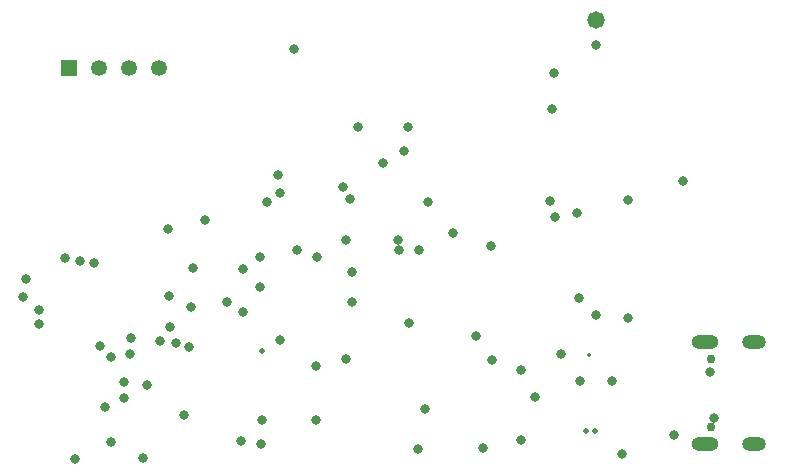
<source format=gbs>
G04*
G04 #@! TF.GenerationSoftware,Altium Limited,Altium Designer,23.9.2 (47)*
G04*
G04 Layer_Color=16711935*
%FSLAX44Y44*%
%MOMM*%
G71*
G04*
G04 #@! TF.SameCoordinates,2E1E75F7-3D1D-466E-99F7-38A65D3F2882*
G04*
G04*
G04 #@! TF.FilePolarity,Negative*
G04*
G01*
G75*
%ADD62O,2.3032X1.2032*%
%ADD63C,0.7500*%
%ADD64O,2.0032X1.2032*%
%ADD65C,1.3500*%
%ADD66R,1.3500X1.3500*%
%ADD67C,0.5032*%
%ADD68C,0.8032*%
%ADD69C,1.4732*%
%ADD70C,0.3500*%
D62*
X908975Y366200D02*
D03*
Y279800D02*
D03*
D63*
X913975Y294100D02*
D03*
Y351900D02*
D03*
D64*
X950775Y279800D02*
D03*
Y366200D02*
D03*
D65*
X447000Y598000D02*
D03*
X421600D02*
D03*
X396200D02*
D03*
D66*
X370800D02*
D03*
D67*
X534000Y358000D02*
D03*
X816000Y291000D02*
D03*
X808000Y291000D02*
D03*
D68*
X549000Y368000D02*
D03*
X396808Y362314D02*
D03*
X602148Y497500D02*
D03*
X817118Y617250D02*
D03*
X580744Y438050D02*
D03*
X721516Y276000D02*
D03*
X672000Y309000D02*
D03*
X666000Y275000D02*
D03*
X455000Y405000D02*
D03*
X456000Y379000D02*
D03*
X696000Y458000D02*
D03*
X472000Y362000D02*
D03*
X448000Y367000D02*
D03*
X461000Y365000D02*
D03*
X334000Y419000D02*
D03*
X423000Y369000D02*
D03*
X437000Y330000D02*
D03*
X380000Y435000D02*
D03*
X406000Y353000D02*
D03*
X579680Y346000D02*
D03*
X367000Y437000D02*
D03*
X401000Y311000D02*
D03*
X729000Y351000D02*
D03*
X392000Y433000D02*
D03*
X417000Y319000D02*
D03*
Y332000D02*
D03*
X468000Y304000D02*
D03*
X781000Y594000D02*
D03*
X345000Y381000D02*
D03*
Y393000D02*
D03*
X561000Y614000D02*
D03*
X803000Y333000D02*
D03*
X728000Y447000D02*
D03*
X715000Y371000D02*
D03*
X787000Y356000D02*
D03*
X433000Y268000D02*
D03*
X406000Y281000D02*
D03*
X376000Y267000D02*
D03*
X332000Y404000D02*
D03*
X515930Y282250D02*
D03*
X533680Y300000D02*
D03*
X473807Y395381D02*
D03*
X485648Y469392D02*
D03*
X753000Y283215D02*
D03*
Y342392D02*
D03*
X657754Y547730D02*
D03*
X802374Y403110D02*
D03*
X518263Y391092D02*
D03*
X830000Y333000D02*
D03*
X800736Y475488D02*
D03*
X844000Y485944D02*
D03*
Y386200D02*
D03*
X615294Y547730D02*
D03*
X609854Y425350D02*
D03*
X532230Y438050D02*
D03*
X547570Y507580D02*
D03*
X658368Y381737D02*
D03*
X518192Y427737D02*
D03*
X667193Y444263D02*
D03*
X674320Y484375D02*
D03*
X654000Y527455D02*
D03*
X883000Y287000D02*
D03*
X839000Y271000D02*
D03*
X649000Y452304D02*
D03*
X548894Y492252D02*
D03*
X563826Y444246D02*
D03*
X650000D02*
D03*
X605076Y452374D02*
D03*
X538480Y484378D02*
D03*
X475488Y428752D02*
D03*
X454406Y461786D02*
D03*
X533527Y280035D02*
D03*
X579628Y300000D02*
D03*
X604774Y351282D02*
D03*
X422148Y355600D02*
D03*
X781812Y471424D02*
D03*
X777608Y485000D02*
D03*
X504290Y399950D02*
D03*
X765000Y319484D02*
D03*
X890016Y502666D02*
D03*
X913130Y340614D02*
D03*
X636524Y517398D02*
D03*
X609770Y399950D02*
D03*
X608198Y487426D02*
D03*
X532230Y412650D02*
D03*
X816864Y388620D02*
D03*
X779331Y563000D02*
D03*
X917000Y302000D02*
D03*
D69*
X817000Y639000D02*
D03*
D70*
X810900Y354600D02*
D03*
M02*

</source>
